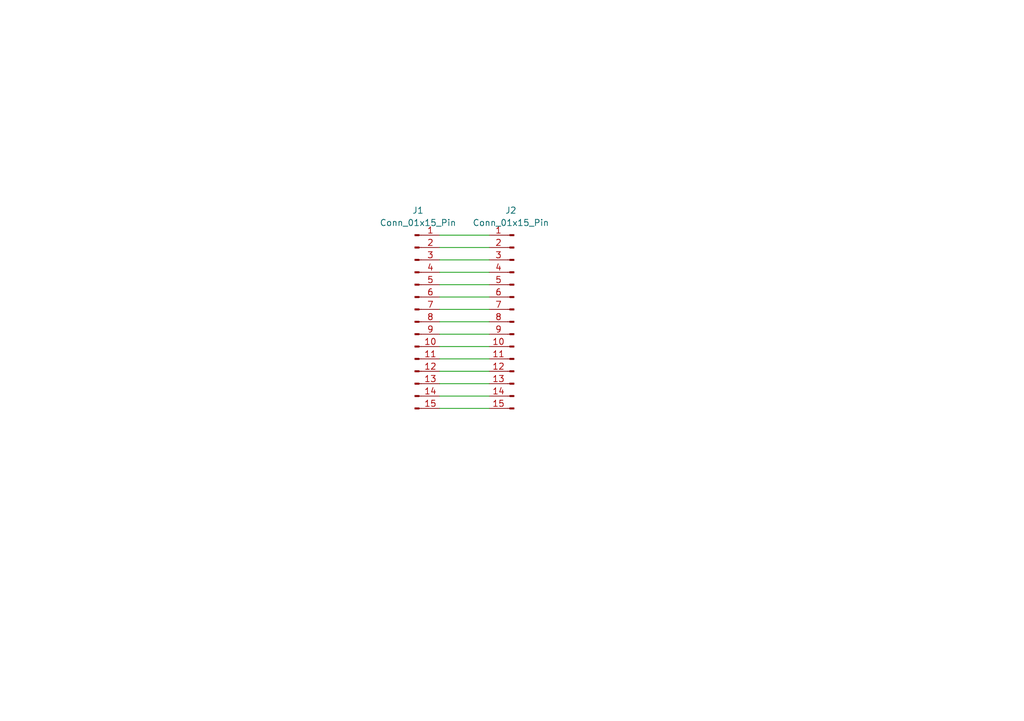
<source format=kicad_sch>
(kicad_sch (version 20231120) (generator "eeschema") (generator_version "8.0")
  (paper "A5")
  (lib_symbols
    (symbol "Connector:Conn_01x15_Pin" (pin_names (offset 1.016) hide)
      (property "Reference" "J" (at 0 20.32 0))
      (property "Value" "Conn_01x15_Pin" (at 0 -20.32 0))
      (symbol "Conn_01x15_Pin_1_1"
        (polyline (pts (xy 1.27 -17.78) (xy 0.8636 -17.78)) (stroke (width 0.1524)))
        (polyline (pts (xy 1.27 -15.24) (xy 0.8636 -15.24)) (stroke (width 0.1524)))
        (polyline (pts (xy 1.27 -12.7) (xy 0.8636 -12.7)) (stroke (width 0.1524)))
        (polyline (pts (xy 1.27 -10.16) (xy 0.8636 -10.16)) (stroke (width 0.1524)))
        (polyline (pts (xy 1.27 -7.62) (xy 0.8636 -7.62)) (stroke (width 0.1524)))
        (polyline (pts (xy 1.27 -5.08) (xy 0.8636 -5.08)) (stroke (width 0.1524)))
        (polyline (pts (xy 1.27 -2.54) (xy 0.8636 -2.54)) (stroke (width 0.1524)))
        (polyline (pts (xy 1.27 0) (xy 0.8636 0)) (stroke (width 0.1524)))
        (polyline (pts (xy 1.27 2.54) (xy 0.8636 2.54)) (stroke (width 0.1524)))
        (polyline (pts (xy 1.27 5.08) (xy 0.8636 5.08)) (stroke (width 0.1524)))
        (polyline (pts (xy 1.27 7.62) (xy 0.8636 7.62)) (stroke (width 0.1524)))
        (polyline (pts (xy 1.27 10.16) (xy 0.8636 10.16)) (stroke (width 0.1524)))
        (polyline (pts (xy 1.27 12.7) (xy 0.8636 12.7)) (stroke (width 0.1524)))
        (polyline (pts (xy 1.27 15.24) (xy 0.8636 15.24)) (stroke (width 0.1524)))
        (polyline (pts (xy 1.27 17.78) (xy 0.8636 17.78)) (stroke (width 0.1524)))
        (rectangle (start 0.8636 -17.653) (end 0 -17.907) (stroke (width 0.1524)) (fill (type outline)))
        (rectangle (start 0.8636 -15.113) (end 0 -15.367) (stroke (width 0.1524)) (fill (type outline)))
        (rectangle (start 0.8636 -12.573) (end 0 -12.827) (stroke (width 0.1524)) (fill (type outline)))
        (rectangle (start 0.8636 -10.033) (end 0 -10.287) (stroke (width 0.1524)) (fill (type outline)))
        (rectangle (start 0.8636 -7.493) (end 0 -7.747) (stroke (width 0.1524)) (fill (type outline)))
        (rectangle (start 0.8636 -4.953) (end 0 -5.207) (stroke (width 0.1524)) (fill (type outline)))
        (rectangle (start 0.8636 -2.413) (end 0 -2.667) (stroke (width 0.1524)) (fill (type outline)))
        (rectangle (start 0.8636 0.127) (end 0 -0.127) (stroke (width 0.1524)) (fill (type outline)))
        (rectangle (start 0.8636 2.667) (end 0 2.413) (stroke (width 0.1524)) (fill (type outline)))
        (rectangle (start 0.8636 5.207) (end 0 4.953) (stroke (width 0.1524)) (fill (type outline)))
        (rectangle (start 0.8636 7.747) (end 0 7.493) (stroke (width 0.1524)) (fill (type outline)))
        (rectangle (start 0.8636 10.287) (end 0 10.033) (stroke (width 0.1524)) (fill (type outline)))
        (rectangle (start 0.8636 12.827) (end 0 12.573) (stroke (width 0.1524)) (fill (type outline)))
        (rectangle (start 0.8636 15.367) (end 0 15.113) (stroke (width 0.1524)) (fill (type outline)))
        (rectangle (start 0.8636 17.907) (end 0 17.653) (stroke (width 0.1524)) (fill (type outline)))
        (pin passive line (at 5.08 17.78 180) (length 3.81) (name "Pin_1") (number "1"))
        (pin passive line (at 5.08 -5.08 180) (length 3.81) (name "Pin_10") (number "10"))
        (pin passive line (at 5.08 -7.62 180) (length 3.81) (name "Pin_11") (number "11"))
        (pin passive line (at 5.08 -10.16 180) (length 3.81) (name "Pin_12") (number "12"))
        (pin passive line (at 5.08 -12.7 180) (length 3.81) (name "Pin_13") (number "13"))
        (pin passive line (at 5.08 -15.24 180) (length 3.81) (name "Pin_14") (number "14"))
        (pin passive line (at 5.08 -17.78 180) (length 3.81) (name "Pin_15") (number "15"))
        (pin passive line (at 5.08 15.24 180) (length 3.81) (name "Pin_2") (number "2"))
        (pin passive line (at 5.08 12.7 180) (length 3.81) (name "Pin_3") (number "3"))
        (pin passive line (at 5.08 10.16 180) (length 3.81) (name "Pin_4") (number "4"))
        (pin passive line (at 5.08 7.62 180) (length 3.81) (name "Pin_5") (number "5"))
        (pin passive line (at 5.08 5.08 180) (length 3.81) (name "Pin_6") (number "6"))
        (pin passive line (at 5.08 2.54 180) (length 3.81) (name "Pin_7") (number "7"))
        (pin passive line (at 5.08 0 180) (length 3.81) (name "Pin_8") (number "8"))
        (pin passive line (at 5.08 -2.54 180) (length 3.81) (name "Pin_9") (number "9"))
      )
    )
  )
  (wire (pts (xy 90.17 83.82) (xy 100.33 83.82)))
  (wire (pts (xy 90.17 58.42) (xy 100.33 58.42)))
  (wire (pts (xy 90.17 50.8) (xy 100.33 50.8)))
  (wire (pts (xy 90.17 76.2) (xy 100.33 76.2)))
  (wire (pts (xy 90.17 78.74) (xy 100.33 78.74)))
  (wire (pts (xy 90.17 55.88) (xy 100.33 55.88)))
  (wire (pts (xy 90.17 48.26) (xy 100.33 48.26)))
  (wire (pts (xy 90.17 60.96) (xy 100.33 60.96)))
  (wire (pts (xy 90.17 71.12) (xy 100.33 71.12)))
  (wire (pts (xy 90.17 66.04) (xy 100.33 66.04)))
  (wire (pts (xy 90.17 68.58) (xy 100.33 68.58)))
  (wire (pts (xy 90.17 63.5) (xy 100.33 63.5)))
  (wire (pts (xy 90.17 81.28) (xy 100.33 81.28)))
  (wire (pts (xy 90.17 53.34) (xy 100.33 53.34)))
  (wire (pts (xy 90.17 73.66) (xy 100.33 73.66)))
  (symbol (lib_id "Connector:Conn_01x15_Pin") (at 85.09 66.04 0) (unit 1)
    (property "Reference" "J1" (at 85.725 43.18 0))
    (property "Value" "Conn_01x15_Pin" (at 85.725 45.72 0))
    (property "Footprint" "@2024TOINIOT2-FPC-FFC:FPC-FFC" (effects (hide yes)))
    (property "Description" "Generic connector, single row, 01x15, script generated" (effects (hide yes)))
  )
  (symbol (lib_id "Connector:Conn_01x15_Pin") (at 105.41 66.04 0) (mirror y) (unit 1)
    (property "Reference" "J2" (at 104.775 43.18 0))
    (property "Value" "Conn_01x15_Pin" (at 104.775 45.72 0))
    (property "Footprint" "@2024TOINIOT2-FPC-FFC:FPC-FFC" (effects (hide yes)))
    (property "Description" "Generic connector, single row, 01x15, script generated" (effects (hide yes)))
  )
)
</source>
